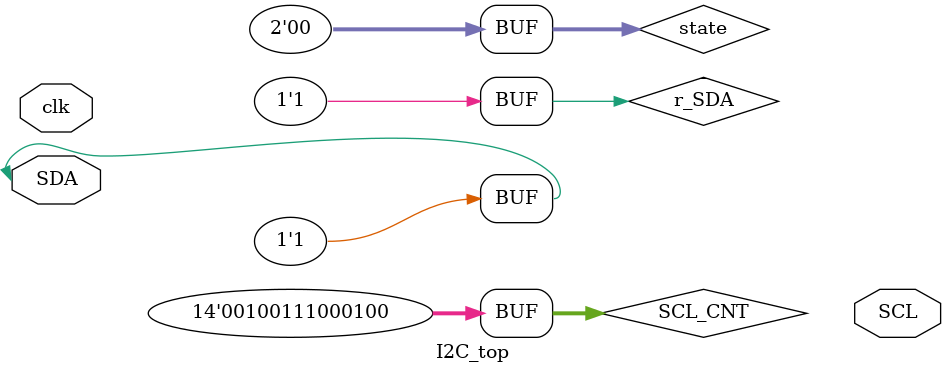
<source format=sv>
module I2C_top
(
    input clk,
    inout SDA,      /**/
    output SCL      /**/
);


localparam s_START = 0;
localparam s_ADDR  = 1;
localparam s_DATA  = 2;
localparam s_STOP  = 3;


parameter kCLK_DIV = 10000;
parameter kCLK_DIV_quad = 10000/4;

reg clk_i2c;
reg [$clog2(kCLK_DIV)-1:0] clk_i2c_cnt = 0;
reg [$clog2(kCLK_DIV)-1:0] SCL_CNT = kCLK_DIV_quad;
reg [2:0] data_cnt = 0;
reg r_SDA = 1;
//přenos bude na 10kHz
reg[1:0] state = s_START;


reg[7:0] test_data[3];

always @(posedge clk) begin
   // if(clk_i2c_cnt < kCLK_DIV - 1)begin
   //     clk_i2c_cnt <= clk_i2c_cnt  + 1;
   // end else begin
   //     clk_i2c_cnt <= 0;
   // end
   /* case(state)
        s_START: begin
            r_SDA <= 0;
        end
		s_ADDR: begin
		
		end
		s_DATA: begin
		end
        default:begin end
    endcase
*/

    if(clk_i2c_cnt < (kCLK_DIV - 1)) begin
        clk_i2c_cnt <= clk_i2c_cnt + 1;
    end else begin
        clk_i2c_cnt <= 0;
        if(data_cnt < 7) begin
            data_cnt <= data_cnt + 1;
        end else begin
            data_cnt <= 0;
        end

    end
end



initial begin
    test_data[0] = 10;
    test_data[1] = 25;
    test_data[2] = 60;
end

assign SDA = r_SDA;

endmodule
</source>
